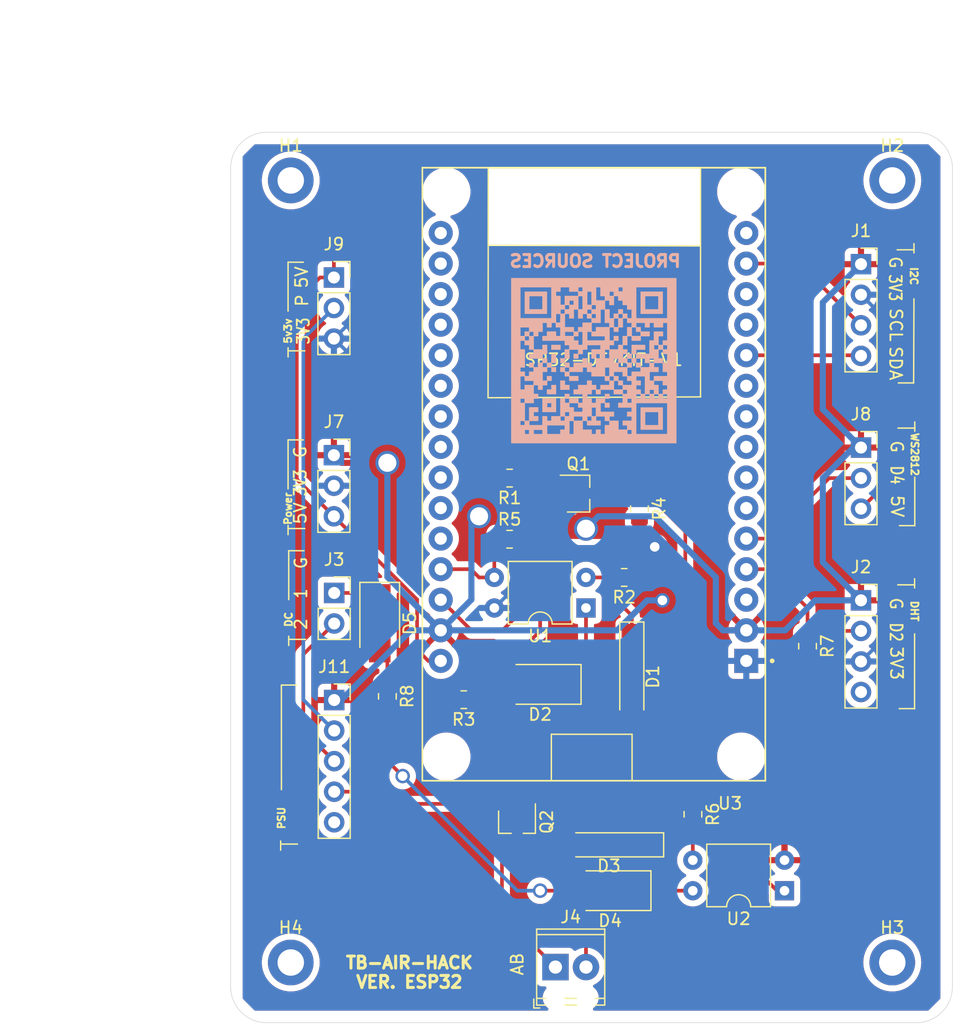
<source format=kicad_pcb>
(kicad_pcb (version 20211014) (generator pcbnew)
  (layers (0 "F.Cu" signal) (31 "B.Cu" signal) (34 "B.Paste" user) (35 "F.Paste" user) (36 "B.SilkS" user "B.Silkscreen") (37 "F.SilkS" user "F.Silkscreen") (38 "B.Mask" user) (39 "F.Mask" user) (44 "Edge.Cuts" user))
  (net 0 "")
  (net 1 "B")
  (net 2 "Net-(D1-Pad1)")
  (net 3 "Net-(D2-Pad1)")
  (net 4 "Net-(D2-Pad2)")
  (net 5 "Net-(D3-Pad1)")
  (net 6 "Net-(D3-Pad2)")
  (net 7 "A")
  (net 8 "3V3")
  (net 9 "GND")
  (net 10 "SCL")
  (net 11 "SDA")
  (net 12 "5V")
  (net 13 "Net-(D5-Pad1)")
  (net 14 "Net-(D5-Pad2)")
  (net 15 "D2")
  (net 16 "D4")
  (net 17 "Net-(J11-Pad3)")
  (net 18 "PSU_OUT")
  (net 20 "D13")
  (net 21 "D12")
  (net 24 "Net-(Q1-Pad2)")
  (net 25 "Net-(Q1-Pad3)")
  (net 26 "Net-(Q2-Pad2)")
  (net 27 "Net-(R6-Pad2)")
  (footprint "TerminalBlock_Phoenix:TerminalBlock_Phoenix_MPT-0,5-2-2.54_1x02_P2.54mm_Horizontal" (layer "F.Cu") (at 127 119.38)
    (fp_text reference "J4")
    (fp_text value "AB")
  )
  (footprint "Diode_SMD:D_SMA" (layer "F.Cu") (at 112.395 90.805 -90)
    (fp_text reference "D5")
    (fp_text value "1N4001")
  )
  (footprint "Package_DIP:DIP-4_W7.62mm" (layer "F.Cu") (at 146.04 113.035 180)
    (fp_text reference "U2")
    (fp_text value "PC817")
  )
  (footprint "MountingHole:MountingHole_2.2mm_M2_DIN965_Pad" (layer "F.Cu") (at 105 54)
    (fp_text reference "H1")
    (fp_text value "MountingHole")
  )
  (footprint "Resistor_SMD:R_0805_2012Metric" (layer "F.Cu") (at 138.43 106.68 -90)
    (fp_text reference "R6")
    (fp_text value "1k")
  )
  (footprint "Connector_PinSocket_2.54mm:PinSocket_1x04_P2.54mm_Vertical" (layer "F.Cu") (at 152.4 88.9)
    (fp_text reference "J2")
    (fp_text value "DHT")
  )
  (footprint "airpcb_smd:MODULE_ESP32_DEVKIT_V1" (layer "F.Cu") (at 130.165 78.415 180)
    (fp_text reference "U3")
    (fp_text value "ESP32-DEVKIT-V1")
  )
  (footprint "Diode_SMD:D_MiniMELF_Handsoldering" (layer "F.Cu") (at 133.35 95.25 -90)
    (fp_text reference "D1")
    (fp_text value "13")
  )
  (footprint "Connector_PinSocket_2.54mm:PinSocket_1x04_P2.54mm_Vertical" (layer "F.Cu") (at 152.4 60.96)
    (fp_text reference "J1")
    (fp_text value "I2C")
  )
  (footprint "Connector_PinSocket_2.54mm:PinSocket_1x03_P2.54mm_Vertical" (layer "F.Cu") (at 108.585 76.835)
    (fp_text reference "J7")
    (fp_text value "PWR")
  )
  (footprint "Diode_SMD:D_MiniMELF_Handsoldering" (layer "F.Cu") (at 131.445 109.22 180)
    (fp_text reference "D3")
    (fp_text value "13")
  )
  (footprint "Package_DIP:DIP-4_W7.62mm" (layer "F.Cu") (at 129.54 89.535 180)
    (fp_text reference "U1")
    (fp_text value "PC817")
  )
  (footprint "Diode_SMD:D_SMA" (layer "F.Cu") (at 125.73 95.885 180)
    (fp_text reference "D2")
    (fp_text value "1N4001")
  )
  (footprint "Connector_PinSocket_2.54mm:PinSocket_1x03_P2.54mm_Vertical" (layer "F.Cu") (at 108.585 62.066)
    (fp_text reference "J9")
    (fp_text value "5V3V")
  )
  (footprint "MountingHole:MountingHole_2.2mm_M2_DIN965_Pad" (layer "F.Cu") (at 155 54)
    (fp_text reference "H2")
    (fp_text value "MountingHole")
  )
  (footprint "Resistor_SMD:R_0805_2012Metric" (layer "F.Cu") (at 123.19 83.82)
    (fp_text reference "R5")
    (fp_text value "1k")
  )
  (footprint "Diode_SMD:D_SMA" (layer "F.Cu") (at 131.54 113.03 180)
    (fp_text reference "D4")
    (fp_text value "1N4001")
  )
  (footprint "Resistor_SMD:R_0805_2012Metric" (layer "F.Cu") (at 113.03 96.8775 -90)
    (fp_text reference "R8")
    (fp_text value "100")
  )
  (footprint "Resistor_SMD:R_0805_2012Metric" (layer "F.Cu") (at 119.38 97.155 180)
    (fp_text reference "R3")
    (fp_text value "100")
  )
  (footprint "Resistor_SMD:R_0805_2012Metric" (layer "F.Cu") (at 132.715 86.995 180)
    (fp_text reference "R2")
    (fp_text value "10k")
  )
  (footprint "Connector_PinSocket_2.54mm:PinSocket_1x03_P2.54mm_Vertical" (layer "F.Cu") (at 152.4 76.2)
    (fp_text reference "J8")
    (fp_text value "WS2812")
  )
  (footprint "Package_TO_SOT_SMD:TSOT-23_HandSoldering" (layer "F.Cu") (at 123.825 107.315 -90)
    (fp_text reference "Q2")
    (fp_text value "PN2222A")
  )
  (footprint "Connector_PinSocket_2.54mm:PinSocket_1x02_P2.54mm_Vertical" (layer "F.Cu") (at 108.61 88.285)
    (fp_text reference "J3")
    (fp_text value "DC")
  )
  (footprint "MountingHole:MountingHole_2.2mm_M2_DIN965_Pad" (layer "F.Cu") (at 105 119)
    (fp_text reference "H4")
    (fp_text value "MountingHole")
  )
  (footprint "MountingHole:MountingHole_2.2mm_M2_DIN965_Pad" (layer "F.Cu") (at 155 119)
    (fp_text reference "H3")
    (fp_text value "MountingHole")
  )
  (footprint "Package_TO_SOT_SMD:TSOT-23_HandSoldering" (layer "F.Cu") (at 128.905 80.01)
    (fp_text reference "Q1")
    (fp_text value "PN2222A")
  )
  (footprint "Resistor_SMD:R_0805_2012Metric" (layer "F.Cu") (at 133.985 81.28 -90)
    (fp_text reference "R4")
    (fp_text value "200")
  )
  (footprint "Resistor_SMD:R_0805_2012Metric" (layer "F.Cu") (at 147.955 92.71 -90)
    (fp_text reference "R7")
    (fp_text value "10k")
  )
  (footprint "Resistor_SMD:R_0805_2012Metric" (layer "F.Cu") (at 123.19 78.74 180)
    (fp_text reference "R1")
    (fp_text value "1k")
  )
  (footprint "Connector_PinSocket_2.54mm:PinSocket_1x05_P2.54mm_Vertical" (layer "F.Cu") (at 108.61 97.185)
    (fp_text reference "J11")
    (fp_text value "PSU")
  )
  (gr_poly (pts (xy 124.819833 69.5325) (xy 125.19025 69.5325) (xy 125.19025 69.162084) (xy 124.819833 69.162084)) (layer "B.SilkS") (width 0.04) (fill solid))
  (gr_line (start 135.913812 74.699812) (end 135.913812 74.699812) (layer "B.SilkS") (width 0.025929))
  (gr_line (start 126.282979 63.253938) (end 126.282979 65.068979) (layer "B.SilkS") (width 0.025929))
  (gr_poly (pts (xy 126.671917 69.902917) (xy 127.042333 69.902917) (xy 127.042333 69.5325) (xy 126.671917 69.5325)) (layer "B.SilkS") (width 0.04) (fill solid))
  (gr_line (start 126.282979 65.068979) (end 124.467938 65.068979) (layer "B.SilkS") (width 0.025929))
  (gr_line (start 124.467938 65.068979) (end 124.467938 65.068979) (layer "B.SilkS") (width 0.025929))
  (gr_line (start 135.913812 65.068979) (end 134.098771 65.068979) (layer "B.SilkS") (width 0.025929))
  (gr_poly (pts (xy 124.467938 65.068979) (xy 126.282979 65.068979) (xy 126.282979 64.717083) (xy 125.931084 64.717083) (xy 124.819833 64.717083) (xy 124.819833 63.605834) (xy 125.931084 63.605834) (xy 125.931084 64.717083) (xy 126.282979 64.717083) (xy 126.282979 63.253938) (xy 124.467938 63.253938)) (layer "B.SilkS") (width 0.04) (fill solid))
  (gr_line (start 124.467938 63.253938) (end 124.467938 63.253938) (layer "B.SilkS") (width 0.025929))
  (gr_poly (pts (xy 131.116917 72.125417) (xy 131.487333 72.125417) (xy 131.487333 71.755) (xy 131.116917 71.755)) (layer "B.SilkS") (width 0.04) (fill solid))
  (gr_poly (pts (xy 128.153584 70.64375) (xy 128.894417 70.64375) (xy 128.894417 70.273333) (xy 128.153584 70.273333)) (layer "B.SilkS") (width 0.04) (fill solid))
  (gr_poly (pts (xy 131.116917 72.86625) (xy 131.487333 72.86625) (xy 131.487333 72.495833) (xy 131.116917 72.495833)) (layer "B.SilkS") (width 0.04) (fill solid))
  (gr_line (start 135.913812 72.884771) (end 135.913812 74.699812) (layer "B.SilkS") (width 0.025929))
  (gr_poly (pts (xy 127.41275 71.384583) (xy 128.153584 71.384583) (xy 128.153584 71.014166) (xy 127.783167 71.014166) (xy 127.783167 70.64375) (xy 127.41275 70.64375)) (layer "B.SilkS") (width 0.04) (fill solid))
  (gr_line (start 134.098771 72.884771) (end 135.913812 72.884771) (layer "B.SilkS") (width 0.025929))
  (gr_poly (pts (xy 126.671917 68.050833) (xy 127.41275 68.050833) (xy 127.41275 67.680417) (xy 126.671917 67.680417)) (layer "B.SilkS") (width 0.04) (fill solid))
  (gr_poly (pts (xy 126.671917 69.162084) (xy 127.042333 69.162084) (xy 127.042333 68.42125) (xy 126.671917 68.42125)) (layer "B.SilkS") (width 0.04) (fill solid))
  (gr_poly (pts (xy 134.098771 74.699812) (xy 135.913812 74.699812) (xy 135.913812 74.347917) (xy 135.561916 74.347917) (xy 134.450667 74.347917) (xy 134.450667 73.236666) (xy 135.561916 73.236666) (xy 135.561916 74.347917) (xy 135.913812 74.347917) (xy 135.913812 72.884771) (xy 134.098771 72.884771)) (layer "B.SilkS") (width 0.04) (fill solid))
  (gr_poly (pts (xy 127.783167 69.5325) (xy 127.41275 69.5325) (xy 127.41275 69.902917) (xy 127.783167 69.902917)) (layer "B.SilkS") (width 0.04) (fill solid))
  (gr_line (start 124.467938 63.253938) (end 126.282979 63.253938) (layer "B.SilkS") (width 0.025929))
  (gr_line (start 134.098771 72.884771) (end 134.098771 72.884771) (layer "B.SilkS") (width 0.025929))
  (gr_line (start 124.467938 65.068979) (end 124.467938 63.253938) (layer "B.SilkS") (width 0.025929))
  (gr_line (start 134.098771 63.253938) (end 134.098771 63.253938) (layer "B.SilkS") (width 0.025929))
  (gr_line (start 135.913812 74.699812) (end 134.098771 74.699812) (layer "B.SilkS") (width 0.025929))
  (gr_poly (pts (xy 124.819833 73.9775) (xy 125.560667 73.9775) (xy 125.560667 73.607083) (xy 125.19025 73.607083) (xy 125.19025 73.236666) (xy 125.560667 73.236666) (xy 125.560667 72.86625) (xy 124.819833 72.86625)) (layer "B.SilkS") (width 0.04) (fill solid))
  (gr_line (start 134.098771 74.699812) (end 134.098771 72.884771) (layer "B.SilkS") (width 0.025929))
  (gr_line (start 134.098771 65.068979) (end 134.098771 65.068979) (layer "B.SilkS") (width 0.025929))
  (gr_line (start 134.098771 65.068979) (end 134.098771 63.253938) (layer "B.SilkS") (width 0.025929))
  (gr_line (start 134.098771 74.699812) (end 134.098771 74.699812) (layer "B.SilkS") (width 0.025929))
  (gr_line (start 135.913812 65.068979) (end 135.913812 65.068979) (layer "B.SilkS") (width 0.025929))
  (gr_poly (pts (xy 131.85775 67.31) (xy 132.228167 67.31) (xy 132.228167 66.939583) (xy 131.85775 66.939583)) (layer "B.SilkS") (width 0.04) (fill solid))
  (gr_line (start 134.098771 63.253938) (end 135.913812 63.253938) (layer "B.SilkS") (width 0.025929))
  (gr_poly (pts (xy 127.783167 70.273333) (xy 128.153584 70.273333) (xy 128.153584 69.902917) (xy 127.783167 69.902917)) (layer "B.SilkS") (width 0.04) (fill solid))
  (gr_poly (pts (xy 126.671917 71.384583) (xy 126.3015 71.384583) (xy 126.3015 71.755) (xy 127.042333 71.755) (xy 127.042333 71.014166) (xy 126.671917 71.014166)) (layer "B.SilkS") (width 0.04) (fill solid))
  (gr_poly (pts (xy 123.338168 75.829582) (xy 137.043583 75.829582) (xy 137.043583 75.08875) (xy 136.30275 75.08875) (xy 133.709833 75.08875) (xy 133.339417 75.08875) (xy 132.969 75.08875) (xy 132.969 74.718333) (xy 133.339417 74.718333) (xy 133.339417 75.08875) (xy 133.709833 75.08875) (xy 133.709833 73.9775) (xy 133.339417 73.9775) (xy 132.598583 73.9775) (xy 132.598583 74.347917) (xy 132.969 74.347917) (xy 132.969 74.718333) (xy 132.228167 74.718333) (xy 132.228167 74.347917) (xy 131.487333 74.347917) (xy 131.116917 74.347917) (xy 131.116917 75.08875) (xy 130.7465 75.08875) (xy 130.7465 74.718333) (xy 130.376083 74.718333) (xy 130.376083 75.08875) (xy 130.005666 75.08875) (xy 128.524 75.08875) (xy 128.153584 75.08875) (xy 128.153584 74.718333) (xy 127.783167 74.718333) (xy 127.41275 74.718333) (xy 127.41275 75.08875) (xy 126.3015 75.08875) (xy 125.931084 75.08875) (xy 125.19025 75.08875) (xy 124.819833 75.08875) (xy 124.449417 75.08875) (xy 124.449417 74.718333) (xy 124.819833 74.718333) (xy 124.819833 75.08875) (xy 125.19025 75.08875) (xy 125.19025 74.718333) (xy 125.931084 74.718333) (xy 125.931084 75.08875) (xy 126.3015 75.08875) (xy 126.3015 74.347917) (xy 127.783167 74.347917) (xy 127.783167 74.718333) (xy 128.153584 74.718333) (xy 128.153584 73.9775) (xy 127.783167 73.9775) (xy 127.41275 73.9775) (xy 127.41275 73.607083) (xy 127.783167 73.607083) (xy 127.783167 73.9775) (xy 128.153584 73.9775) (xy 128.524 73.9775) (xy 128.524 75.08875) (xy 130.005666 75.08875) (xy 130.005666 74.718333) (xy 129.264833 74.718333) (xy 129.264833 73.9775) (xy 128.524 73.9775) (xy 128.524 73.607083) (xy 128.153584 73.607083) (xy 127.783167 73.607083) (xy 127.783167 73.236666) (xy 128.153584 73.236666) (xy 128.153584 73.607083) (xy 128.524 73.607083) (xy 129.264833 73.607083) (xy 129.264833 73.9775) (xy 129.63525 73.9775) (xy 129.63525 74.347917) (xy 130.7465 74.347917) (xy 130.7465 73.9775) (xy 130.376083 73.9775) (xy 130.005666 73.9775) (xy 129.63525 73.9775) (xy 129.63525 73.607083) (xy 130.005666 73.607083) (xy 130.005666 73.9775) (xy 130.376083 73.9775) (xy 130.376083 73.607083) (xy 130.005666 73.607083) (xy 130.005666 73.236666) (xy 129.264833 73.236666) (xy 128.524 73.236666) (xy 128.524 72.86625) (xy 128.153584 72.86625) (xy 128.153584 72.495833) (xy 127.783167 72.495833) (xy 127.783167 72.125417) (xy 128.153584 72.125417) (xy 128.153584 72.495833) (xy 128.894417 72.495833) (xy 128.894417 72.86625) (xy 129.264833 72.86625) (xy 129.264833 73.236666) (xy 130.005666 73.236666) (xy 130.005666 72.86625) (xy 130.376083 72.86625) (xy 130.376083 73.607083) (xy 131.116917 73.607083) (xy 131.116917 73.9775) (xy 131.487333 73.9775) (xy 131.487333 74.347917) (xy 132.228167 74.347917) (xy 132.228167 73.9775) (xy 131.487333 73.9775) (xy 131.487333 73.607083) (xy 131.85775 73.607083) (xy 131.85775 73.236666) (xy 130.7465 73.236666) (xy 130.7465 72.495833) (xy 131.116917 72.495833) (xy 131.116917 72.125417) (xy 130.376083 72.125417) (xy 130.376083 72.495833) (xy 130.005666 72.495833) (xy 130.005666 72.125417) (xy 129.63525 72.125417) (xy 129.63525 71.755) (xy 130.005666 71.755) (xy 130.005666 71.384583) (xy 130.376083 71.384583) (xy 130.376083 71.755) (xy 130.7465 71.755) (xy 130.7465 71.384583) (xy 131.85775 71.384583) (xy 131.85775 71.755) (xy 132.598583 71.755) (xy 132.598583 72.495833) (xy 132.228167 72.495833) (xy 132.228167 72.86625) (xy 133.339417 72.86625) (xy 133.339417 73.236666) (xy 132.969 73.236666) (xy 132.969 73.607083) (xy 133.339417 73.607083) (xy 133.339417 73.9775) (xy 133.709833 73.9775) (xy 133.709833 72.495833) (xy 133.339417 72.495833) (xy 132.969 72.495833) (xy 132.969 72.125417) (xy 133.339417 72.125417) (xy 133.339417 72.495833) (xy 133.709833 72.495833) (xy 136.30275 72.495833) (xy 136.30275 75.08875) (xy 137.043583 75.08875) (xy 137.043583 72.125417) (xy 136.30275 72.125417) (xy 135.932333 72.125417) (xy 135.561916 72.125417) (xy 135.1915 72.125417) (xy 134.821083 72.125417) (xy 134.450667 72.125417) (xy 134.08025 72.125417) (xy 133.709833 72.125417) (xy 133.709833 71.755) (xy 132.969 71.755) (xy 132.598583 71.755) (xy 132.598583 71.384583) (xy 131.85775 71.384583) (xy 131.85775 71.014166) (xy 131.487333 71.014166) (xy 130.7465 71.014166) (xy 130.7465 71.384583) (xy 130.376083 71.384583) (xy 130.376083 71.014166) (xy 130.005666 71.014166) (xy 130.005666 70.64375) (xy 129.63525 70.64375) (xy 129.63525 71.014166) (xy 128.894417 71.014166) (xy 128.894417 71.384583) (xy 128.524 71.384583) (xy 128.524 71.755) (xy 129.264833 71.755) (xy 129.264833 72.495833) (xy 128.894417 72.495833) (xy 128.894417 72.125417) (xy 128.153584 72.125417) (xy 128.153584 71.755) (xy 127.783167 71.755) (xy 127.783167 72.125417) (xy 127.41275 72.125417) (xy 127.41275 73.607083) (xy 126.671917 73.607083) (xy 126.671917 73.9775) (xy 126.3015 73.9775) (xy 126.3015 73.607083) (xy 125.931084 73.607083) (xy 125.931084 74.347917) (xy 124.819833 74.347917) (xy 124.449417 74.347917) (xy 124.079 74.347917) (xy 124.079 73.9775) (xy 124.449417 73.9775) (xy 124.449417 74.347917) (xy 124.819833 74.347917) (xy 124.819833 73.9775) (xy 124.449417 73.9775) (xy 124.449417 72.495833) (xy 124.079 72.495833) (xy 124.079 72.125417) (xy 124.449417 72.125417) (xy 124.449417 72.495833) (xy 125.19025 72.495833) (xy 125.19025 72.125417) (xy 125.560667 72.125417) (xy 125.560667 71.755) (xy 125.19025 71.755) (xy 125.19025 71.014166) (xy 124.449417 71.014166) (xy 124.449417 71.384583) (xy 124.079 71.384583) (xy 124.079 70.273333) (xy 124.449417 70.273333) (xy 124.449417 70.64375) (xy 125.19025 70.64375) (xy 125.19025 71.014166) (xy 125.560667 71.014166) (xy 125.560667 71.384583) (xy 125.931084 71.384583) (xy 125.931084 71.014166) (xy 126.3015 71.014166) (xy 126.3015 70.64375) (xy 125.931084 70.64375) (xy 125.931084 69.902917) (xy 126.3015 69.902917) (xy 126.3015 69.5325) (xy 125.931084 69.5325) (xy 125.931084 69.162084) (xy 125.560667 69.162084) (xy 125.560667 69.5325) (xy 125.19025 69.5325) (xy 125.19025 69.902917) (xy 124.819833 69.902917) (xy 124.819833 70.273333) (xy 124.449417 70.273333) (xy 124.449417 69.902917) (xy 124.079 69.902917) (xy 124.079 69.5325) (xy 124.449417 69.5325) (xy 124.449417 68.050833) (xy 124.079 68.050833) (xy 124.079 67.31) (xy 124.449417 67.31) (xy 124.449417 67.680417) (xy 124.819833 67.680417) (xy 124.819833 68.050833) (xy 125.19025 68.050833) (xy 125.19025 68.42125) (xy 124.819833 68.42125) (xy 124.819833 68.791667) (xy 125.931084 68.791667) (xy 125.931084 69.162084) (xy 126.3015 69.162084) (xy 126.3015 69.5325) (xy 126.671917 69.5325) (xy 126.671917 69.162084) (xy 126.3015 69.162084) (xy 126.3015 68.791667) (xy 125.931084 68.791667) (xy 125.931084 68.42125) (xy 126.3015 68.42125) (xy 126.3015 67.680417) (xy 125.931084 67.680417) (xy 125.931084 68.050833) (xy 125.19025 68.050833) (xy 125.19025 67.31) (xy 124.819833 67.31) (xy 124.449417 67.31) (xy 124.449417 66.939583) (xy 124.819833 66.939583) (xy 124.819833 67.31) (xy 125.19025 67.31) (xy 125.19025 66.939583) (xy 124.819833 66.939583) (xy 124.819833 66.569167) (xy 124.449417 66.569167) (xy 124.449417 66.939583) (xy 124.079 66.939583) (xy 124.079 66.19875) (xy 124.819833 66.19875) (xy 124.819833 66.569167) (xy 125.19025 66.569167) (xy 125.19025 66.939583) (xy 125.560667 66.939583) (xy 125.560667 66.569167) (xy 125.931084 66.569167) (xy 125.931084 65.828333) (xy 126.3015 65.828333) (xy 126.3015 66.19875) (xy 126.671917 66.19875) (xy 126.671917 65.828333) (xy 127.042333 65.828333) (xy 127.042333 66.19875) (xy 127.41275 66.19875) (xy 127.41275 66.939583) (xy 127.042333 66.939583) (xy 127.042333 66.569167) (xy 126.3015 66.569167) (xy 126.3015 66.939583) (xy 125.931084 66.939583) (xy 125.931084 67.31) (xy 127.783167 67.31) (xy 127.783167 67.680417) (xy 128.153584 67.680417) (xy 128.153584 68.050833) (xy 127.783167 68.050833) (xy 127.783167 68.791667) (xy 127.41275 68.791667) (xy 127.41275 69.162084) (xy 127.783167 69.162084) (xy 127.783167 69.5325) (xy 128.153584 69.5325) (xy 128.153584 69.902917) (xy 129.264833 69.902917) (xy 129.264833 69.5325) (xy 129.63525 69.5325) (xy 129.63525 69.902917) (xy 130.005666 69.902917) (xy 130.005666 70.273333) (xy 131.116917 70.273333) (xy 131.116917 70.64375) (xy 131.487333 70.64375) (xy 131.487333 71.014166) (xy 131.85775 71.014166) (xy 131.85775 70.64375) (xy 131.487333 70.64375) (xy 131.487333 70.273333) (xy 131.116917 70.273333) (xy 131.116917 69.5325) (xy 131.487333 69.5325) (xy 131.487333 70.273333) (xy 131.85775 70.273333) (xy 131.85775 70.64375) (xy 132.228167 70.64375) (xy 132.228167 71.014166) (xy 132.598583 71.014166) (xy 132.598583 71.384583) (xy 132.969 71.384583) (xy 132.969 71.755) (xy 133.709833 71.755) (xy 134.08025 71.755) (xy 134.08025 72.125417) (xy 134.450667 72.125417) (xy 134.450667 71.755) (xy 134.08025 71.755) (xy 134.08025 71.384583) (xy 133.709833 71.384583) (xy 133.709833 71.014166) (xy 133.339417 71.014166) (xy 132.598583 71.014166) (xy 132.598583 70.64375) (xy 132.228167 70.64375) (xy 132.228167 70.273333) (xy 131.85775 70.273333) (xy 131.85775 69.902917) (xy 132.598583 69.902917) (xy 132.598583 70.273333) (xy 132.969 70.273333) (xy 132.969 70.64375) (xy 133.339417 70.64375) (xy 133.339417 71.014166) (xy 133.709833 71.014166) (xy 134.08025 71.014166) (xy 134.08025 70.64375) (xy 133.709833 70.64375) (xy 133.709833 70.273333) (xy 134.450667 70.273333) (xy 134.450667 71.755) (xy 134.821083 71.755) (xy 134.821083 72.125417) (xy 135.1915 72.125417) (xy 135.1915 71.755) (xy 134.821083 71.755) (xy 134.821083 71.384583) (xy 135.1915 71.384583) (xy 135.1915 71.755) (xy 135.561916 71.755) (xy 135.561916 72.125417) (xy 135.932333 72.125417) (xy 135.932333 71.755) (xy 136.30275 71.755) (xy 136.30275 72.125417) (xy 137.043583 72.125417) (xy 137.043583 71.384583) (xy 136.30275 71.384583) (xy 135.932333 71.384583) (xy 135.932333 71.755) (xy 135.561916 71.755) (xy 135.561916 71.014166) (xy 135.1915 71.014166) (xy 135.1915 70.64375) (xy 135.932333 70.64375) (xy 135.932333 71.014166) (xy 136.30275 71.014166) (xy 136.30275 71.384583) (xy 137.043583 71.384583) (xy 137.043583 70.273333) (xy 136.30275 70.273333) (xy 135.1915 70.273333) (xy 135.1915 70.64375) (xy 134.821083 70.64375) (xy 134.821083 69.902917) (xy 134.08025 69.902917) (xy 133.339417 69.902917) (xy 133.339417 70.273333) (xy 132.969 70.273333) (xy 132.969 69.5325) (xy 132.228167 69.5325) (xy 132.228167 69.162084) (xy 131.85775 69.162084) (xy 131.85775 68.791667) (xy 131.487333 68.791667) (xy 131.116917 68.791667) (xy 130.7465 68.791667) (xy 130.376083 68.791667) (xy 130.376083 68.42125) (xy 130.7465 68.42125) (xy 130.7465 68.791667) (xy 131.116917 68.791667) (xy 131.116917 68.050833) (xy 130.7465 68.050833) (xy 130.005666 68.050833) (xy 130.005666 68.791667) (xy 130.376083 68.791667) (xy 130.376083 69.5325) (xy 130.005666 69.5325) (xy 130.005666 69.162084) (xy 129.63525 69.162084) (xy 129.63525 68.791667) (xy 129.264833 68.791667) (xy 129.264833 69.162084) (xy 128.524 69.162084) (xy 128.524 69.5325) (xy 128.153584 69.5325) (xy 128.153584 69.162084) (xy 127.783167 69.162084) (xy 127.783167 68.791667) (xy 128.153584 68.791667) (xy 128.153584 68.050833) (xy 128.894417 68.050833) (xy 128.894417 68.42125) (xy 129.264833 68.42125) (xy 129.264833 68.050833) (xy 129.63525 68.050833) (xy 129.63525 67.680417) (xy 129.264833 67.680417) (xy 128.894417 67.680417) (xy 128.894417 67.31) (xy 128.524 67.31) (xy 128.524 66.939583) (xy 127.783167 66.939583) (xy 127.783167 66.569167) (xy 128.524 66.569167) (xy 128.524 66.939583) (xy 128.894417 66.939583) (xy 128.894417 66.569167) (xy 129.264833 66.569167) (xy 129.264833 67.680417) (xy 129.63525 67.680417) (xy 130.7465 67.680417) (xy 130.7465 68.050833) (xy 131.116917 68.050833) (xy 131.487333 68.050833) (xy 131.487333 68.791667) (xy 131.85775 68.791667) (xy 132.228167 68.791667) (xy 132.228167 69.162084) (xy 132.969 69.162084) (xy 132.969 69.5325) (xy 133.339417 69.5325) (xy 133.339417 69.162084) (xy 132.969 69.162084) (xy 132.969 68.791667) (xy 132.598583 68.791667) (xy 132.598583 68.42125) (xy 132.969 68.42125) (xy 132.969 68.791667) (xy 133.339417 68.791667) (xy 133.339417 69.162084) (xy 133.709833 69.162084) (xy 133.709833 69.5325) (xy 134.08025 69.5325) (xy 134.08025 69.902917) (xy 134.821083 69.902917) (xy 135.561916 69.902917) (xy 135.561916 69.5325) (xy 135.1915 69.5325) (xy 134.821083 69.5325) (xy 134.08025 69.5325) (xy 134.08025 69.162084) (xy 133.709833 69.162084) (xy 133.709833 68.791667) (xy 133.339417 68.791667) (xy 133.339417 68.42125) (xy 133.709833 68.42125) (xy 133.709833 68.791667) (xy 134.450667 68.791667) (xy 134.450667 69.162084) (xy 134.821083 69.162084) (xy 134.821083 69.5325) (xy 135.1915 69.5325) (xy 135.1915 69.162084) (xy 134.821083 69.162084) (xy 134.821083 68.791667) (xy 135.1915 68.791667) (xy 135.1915 69.162084) (xy 135.932333 69.162084) (xy 135.932333 69.902917) (xy 136.30275 69.902917) (xy 136.30275 70.273333) (xy 137.043583 70.273333) (xy 137.043583 69.162084) (xy 136.30275 69.162084) (xy 135.932333 69.162084) (xy 135.932333 68.791667) (xy 135.561916 68.791667) (xy 135.561916 68.050833) (xy 135.1915 68.050833) (xy 135.1915 67.680417) (xy 135.561916 67.680417) (xy 135.561916 68.050833) (xy 135.932333 68.050833) (xy 135.932333 68.42125) (xy 136.30275 68.42125) (xy 136.30275 69.162084) (xy 137.043583 69.162084) (xy 137.043583 68.050833) (xy 136.30275 68.050833) (xy 135.932333 68.050833) (xy 135.932333 67.680417) (xy 136.30275 67.680417) (xy 136.30275 68.050833) (xy 137.043583 68.050833) (xy 137.043583 67.31) (xy 136.30275 67.31) (xy 135.932333 67.31) (xy 135.932333 67.680417) (xy 135.561916 67.680417) (xy 135.561916 66.939583) (xy 135.932333 66.939583) (xy 135.932333 66.569167) (xy 135.1915 66.569167) (xy 135.1915 67.31) (xy 134.821083 67.31) (xy 134.821083 68.42125) (xy 133.709833 68.42125) (xy 133.709833 68.050833) (xy 134.450667 68.050833) (xy 134.450667 67.680417) (xy 133.339417 67.680417) (xy 133.339417 68.42125) (xy 132.969 68.42125) (xy 132.969 68.050833) (xy 132.598583 68.050833) (xy 132.598583 67.680417) (xy 132.228167 67.680417) (xy 132.228167 68.050833) (xy 131.487333 68.050833) (xy 131.487333 67.680417) (xy 131.85775 67.680417) (xy 131.85775 67.31) (xy 131.487333 67.31) (xy 131.116917 67.31) (xy 129.63525 67.31) (xy 129.63525 66.569167) (xy 130.005666 66.569167) (xy 130.005666 66.939583) (xy 131.116917 66.939583) (xy 131.116917 67.31) (xy 131.487333 67.31) (xy 131.487333 66.19875) (xy 130.376083 66.19875) (xy 130.376083 66.569167) (xy 130.005666 66.569167) (xy 130.005666 65.828333) (xy 129.264833 65.828333) (xy 129.264833 66.19875) (xy 128.894417 66.19875) (xy 128.894417 66.569167) (xy 128.524 66.569167) (xy 128.524 66.19875) (xy 127.783167 66.19875) (xy 127.783167 65.828333) (xy 127.41275 65.828333) (xy 127.042333 65.828333) (xy 127.042333 65.457917) (xy 126.671917 65.457917) (xy 124.079 65.457917) (xy 124.079 62.865) (xy 126.671917 62.865) (xy 126.671917 65.457917) (xy 127.042333 65.457917) (xy 127.042333 65.0875) (xy 127.41275 65.0875) (xy 127.41275 65.828333) (xy 127.783167 65.828333) (xy 127.783167 65.0875) (xy 127.41275 65.0875) (xy 127.41275 64.717083) (xy 127.783167 64.717083) (xy 127.783167 65.0875) (xy 128.153584 65.0875) (xy 128.153584 65.457917) (xy 128.524 65.457917) (xy 128.524 64.717083) (xy 128.153584 64.717083) (xy 127.783167 64.717083) (xy 127.783167 64.346667) (xy 128.153584 64.346667) (xy 128.153584 64.717083) (xy 128.524 64.717083) (xy 128.894417 64.717083) (xy 128.894417 65.457917) (xy 129.264833 65.457917) (xy 129.264833 65.0875) (xy 129.63525 65.0875) (xy 129.63525 65.457917) (xy 130.005666 65.457917) (xy 130.005666 65.828333) (xy 130.7465 65.828333) (xy 130.7465 65.457917) (xy 130.376083 65.457917) (xy 130.005666 65.457917) (xy 130.005666 65.0875) (xy 129.63525 65.0875) (xy 129.63525 64.717083) (xy 129.264833 64.717083) (xy 128.894417 64.717083) (xy 128.894417 64.346667) (xy 128.524 64.346667) (xy 128.153584 64.346667) (xy 128.153584 63.97625) (xy 128.524 63.97625) (xy 128.524 64.346667) (xy 128.894417 64.346667) (xy 128.894417 63.605834) (xy 127.783167 63.605834) (xy 127.783167 64.346667) (xy 127.41275 64.346667) (xy 127.41275 63.605834) (xy 127.042333 63.605834) (xy 127.042333 63.235417) (xy 127.41275 63.235417) (xy 127.41275 62.865) (xy 128.153584 62.865) (xy 128.153584 63.235417) (xy 128.894417 63.235417) (xy 128.894417 63.605834) (xy 129.264833 63.605834) (xy 129.264833 64.717083) (xy 129.63525 64.717083) (xy 130.005666 64.717083) (xy 130.005666 65.0875) (xy 130.376083 65.0875) (xy 130.376083 65.457917) (xy 130.7465 65.457917) (xy 130.7465 64.717083) (xy 130.376083 64.717083) (xy 130.005666 64.717083) (xy 130.005666 64.346667) (xy 129.63525 64.346667) (xy 129.63525 63.235417) (xy 129.264833 63.235417) (xy 128.894417 63.235417) (xy 128.894417 62.865) (xy 129.264833 62.865) (xy 129.264833 63.235417) (xy 129.63525 63.235417) (xy 130.005666 63.235417) (xy 130.005666 64.346667) (xy 130.376083 64.346667) (xy 130.376083 64.717083) (xy 130.7465 64.717083) (xy 131.116917 64.717083) (xy 131.116917 65.828333) (xy 131.487333 65.828333) (xy 131.487333 66.19875) (xy 131.85775 66.19875) (xy 131.85775 66.569167) (xy 132.228167 66.569167) (xy 132.228167 66.19875) (xy 131.85775 66.19875) (xy 131.85775 65.457917) (xy 132.228167 65.457917) (xy 132.228167 66.19875) (xy 132.598583 66.19875) (xy 132.598583 65.457917) (xy 132.228167 65.457917) (xy 132.228167 65.0875) (xy 132.598583 65.0875) (xy 132.598583 65.457917) (xy 132.969 65.457917) (xy 132.969 65.828333) (xy 133.339417 65.828333) (xy 133.339417 66.19875) (xy 132.969 66.19875) (xy 132.969 66.939583) (xy 133.339417 66.939583) (xy 133.339417 67.31) (xy 134.08025 67.31) (xy 134.08025 66.939583) (xy 133.339417 66.939583) (xy 133.339417 66.19875) (xy 133.709833 66.19875) (xy 133.709833 66.569167) (xy 134.08025 66.569167) (xy 134.08025 66.939583) (xy 134.821083 66.939583) (xy 134.821083 66.569167) (xy 134.08025 66.569167) (xy 134.08025 66.19875) (xy 133.709833 66.19875) (xy 133.709833 65.828333) (xy 134.450667 65.828333) (xy 134.450667 66.19875) (xy 134.821083 66.19875) (xy 134.821083 65.828333) (xy 135.1915 65.828333) (xy 135.1915 66.19875) (xy 135.932333 66.19875) (xy 135.932333 65.828333) (xy 136.30275 65.828333) (xy 136.30275 67.31) (xy 137.043583 67.31) (xy 137.043583 65.457917) (xy 136.30275 65.457917) (xy 133.709833 65.457917) (xy 133.339417 65.457917) (xy 132.969 65.457917) (xy 132.969 65.0875) (xy 132.598583 65.0875) (xy 132.598583 64.717083) (xy 132.228167 64.717083) (xy 132.228167 65.0875) (xy 131.85775 65.0875) (xy 131.85775 65.457917) (xy 131.487333 65.457917) (xy 131.487333 64.717083) (xy 131.116917 64.717083) (xy 131.116917 63.97625) (xy 130.376083 63.97625) (xy 130.376083 62.865) (xy 130.7465 62.865) (xy 130.7465 63.605834) (xy 131.116917 63.605834) (xy 131.116917 63.97625) (xy 131.487333 63.97625) (xy 131.487333 64.346667) (xy 131.85775 64.346667) (xy 131.85775 63.605834) (xy 131.487333 63.605834) (xy 131.487333 63.235417) (xy 131.85775 63.235417) (xy 131.85775 63.605834) (xy 132.228167 63.605834) (xy 132.228167 63.97625) (xy 132.598583 63.97625) (xy 132.598583 64.346667) (xy 132.969 64.346667) (xy 132.969 64.717083) (xy 133.339417 64.717083) (xy 133.339417 65.457917) (xy 133.709833 65.457917) (xy 133.709833 63.235417) (xy 132.598583 63.235417) (xy 132.228167 63.235417) (xy 132.228167 62.865) (xy 132.598583 62.865) (xy 132.598583 63.235417) (xy 133.709833 63.235417) (xy 133.709833 62.865) (xy 136.30275 62.865) (xy 136.30275 65.457917) (xy 137.043583 65.457917) (xy 137.043583 62.124167) (xy 123.338168 62.124167)) (layer "B.SilkS") (width 0.04) (fill solid))
  (gr_poly (pts (xy 134.098771 65.068979) (xy 135.913812 65.068979) (xy 135.913812 64.717083) (xy 135.561916 64.717083) (xy 134.450667 64.717083) (xy 134.450667 63.605834) (xy 135.561916 63.605834) (xy 135.561916 64.717083) (xy 135.913812 64.717083) (xy 135.913812 63.253938) (xy 134.098771 63.253938)) (layer "B.SilkS") (width 0.04) (fill solid))
  (gr_poly (pts (xy 128.524 68.791667) (xy 128.894417 68.791667) (xy 128.894417 68.42125) (xy 128.524 68.42125)) (layer "B.SilkS") (width 0.04) (fill solid))
  (gr_line (start 135.913812 63.253938) (end 135.913812 65.068979) (layer "B.SilkS") (width 0.025929))
  (gr_poly (pts (xy 132.969 67.680417) (xy 132.969 66.939583) (xy 132.598583 66.939583) (xy 132.598583 67.680417)) (layer "B.SilkS") (width 0.04) (fill solid))
  (gr_poly (pts (xy 125.931084 73.236666) (xy 127.042333 73.236666) (xy 127.042333 72.86625) (xy 126.671917 72.86625) (xy 126.3015 72.86625) (xy 126.3015 72.495833) (xy 126.671917 72.495833) (xy 126.671917 72.86625) (xy 127.042333 72.86625) (xy 127.042333 72.125417) (xy 125.931084 72.125417)) (layer "B.SilkS") (width 0.04) (fill solid))
  (gr_poly (pts (xy 126.3015 70.64375) (xy 126.671917 70.64375) (xy 126.671917 70.273333) (xy 126.3015 70.273333)) (layer "B.SilkS") (width 0.04) (fill solid))
  (gr_line (start 126.282979 65.068979) (end 126.282979 65.068979) (layer "B.SilkS") (width 0.025929))
  (gr_line (start 104.16 109.156) (end 104.16 108.902) (layer "F.SilkS") (width 0.12))
  (gr_line (start 104.775 75.565) (end 106.045 75.565) (layer "F.SilkS") (width 0.12))
  (gr_line (start 104.16 109.664) (end 104.16 109.156) (layer "F.SilkS") (width 0.12))
  (gr_line (start 104.23 95.94) (end 105.5 95.94) (layer "F.SilkS") (width 0.12))
  (gr_line (start 156.801379 59.257202) (end 156.801379 59.765202) (layer "F.SilkS") (width 0.12))
  (gr_line (start 104.83 92.142) (end 106.227 92.142) (layer "F.SilkS") (width 0.12))
  (gr_line (start 126.66 103.83) (end 126.66 100.03) (layer "F.SilkS") (width 0.12))
  (gr_line (start 104.775 82.931) (end 104.775 82.677) (layer "F.SilkS") (width 0.12))
  (gr_line (start 104.225 104.634) (end 104.22 95.94) (layer "F.SilkS") (width 0.12))
  (gr_line (start 104.775 79.629) (end 104.775 75.565) (layer "F.SilkS") (width 0.12))
  (gr_line (start 104.775 83.439) (end 104.775 82.931) (layer "F.SilkS") (width 0.12))
  (gr_line (start 121.44 59.39) (end 139.05 59.44) (layer "F.SilkS") (width 0.12))
  (gr_line (start 156.801379 59.765202) (end 156.801379 60.019202) (layer "F.SilkS") (width 0.12))
  (gr_line (start 156.853305 87.10397) (end 156.853305 87.61197) (layer "F.SilkS") (width 0.12))
  (gr_line (start 156.87 74.584) (end 156.87 74.838) (layer "F.SilkS") (width 0.12))
  (gr_line (start 156.87 78.66) (end 156.87 82.71) (layer "F.SilkS") (width 0.12))
  (gr_line (start 104.83 92.65) (end 104.83 92.142) (layer "F.SilkS") (width 0.12))
  (gr_line (start 156.801379 63.841202) (end 156.775 70.83) (layer "F.SilkS") (width 0.12))
  (gr_line (start 104.775 68.162) (end 106.172 68.162) (layer "F.SilkS") (width 0.12))
  (gr_line (start 104.775 60.796) (end 106.045 60.796) (layer "F.SilkS") (width 0.12))
  (gr_line (start 156.848305 97.9) (end 155.578305 97.9) (layer "F.SilkS") (width 0.12))
  (gr_line (start 156.87 74.584) (end 155.473 74.584) (layer "F.SilkS") (width 0.12))
  (gr_line (start 126.66 100.03) (end 133.37 100.03) (layer "F.SilkS") (width 0.12))
  (gr_line (start 156.853305 87.61197) (end 155.456305 87.61197) (layer "F.SilkS") (width 0.12))
  (gr_line (start 156.853305 87.61197) (end 156.853305 87.86597) (layer "F.SilkS") (width 0.12))
  (gr_line (start 121.4 72.06) (end 139.06 71.99) (layer "F.SilkS") (width 0.12))
  (gr_line (start 104.16 109.156) (end 105.557 109.156) (layer "F.SilkS") (width 0.12))
  (gr_line (start 104.83 84.776) (end 106.1 84.776) (layer "F.SilkS") (width 0.12))
  (gr_line (start 133.37 100.03) (end 133.37 103.85) (layer "F.SilkS") (width 0.12))
  (gr_line (start 139.06 71.99) (end 139.06 52.93) (layer "F.SilkS") (width 0.12))
  (gr_line (start 156.775 70.83) (end 155.505 70.83) (layer "F.SilkS") (width 0.12))
  (gr_line (start 156.853305 91.68797) (end 156.85 97.92) (layer "F.SilkS") (width 0.12))
  (gr_line (start 104.775 68.67) (end 104.775 68.162) (layer "F.SilkS") (width 0.12))
  (gr_line (start 121.42 53.01) (end 121.4 72.06) (layer "F.SilkS") (width 0.12))
  (gr_line (start 156.801379 59.765202) (end 155.404379 59.765202) (layer "F.SilkS") (width 0.12))
  (gr_line (start 104.775 64.86) (end 104.775 60.796) (layer "F.SilkS") (width 0.12))
  (gr_line (start 104.83 88.84) (end 104.83 84.776) (layer "F.SilkS") (width 0.12))
  (gr_line (start 104.775 68.162) (end 104.775 67.908) (layer "F.SilkS") (width 0.12))
  (gr_line (start 104.775 82.931) (end 106.172 82.931) (layer "F.SilkS") (width 0.12))
  (gr_line (start 156.87 74.076) (end 156.87 74.584) (layer "F.SilkS") (width 0.12))
  (gr_line (start 156.865 82.69) (end 155.595 82.69) (layer "F.SilkS") (width 0.12))
  (gr_line (start 104.83 92.142) (end 104.83 91.888) (layer "F.SilkS") (width 0.12))
  (gr_arc (start 100 53) (mid 100.87868 50.87868) (end 103 50) (layer "Edge.Cuts") (width 0.05))
  (gr_line (start 103 50) (end 157 50) (layer "Edge.Cuts") (width 0.05))
  (gr_arc (start 103 124) (mid 100.87868 123.12132) (end 100 121) (layer "Edge.Cuts") (width 0.05))
  (gr_arc (start 157 50) (mid 159.12132 50.87868) (end 160 53) (layer "Edge.Cuts") (width 0.05))
  (gr_line (start 160 53) (end 160 121) (layer "Edge.Cuts") (width 0.05))
  (gr_line (start 103 124) (end 157 124) (layer "Edge.Cuts") (width 0.05))
  (gr_line (start 100 53) (end 100 121) (layer "Edge.Cuts") (width 0.05))
  (gr_arc (start 160 121) (mid 159.12132 123.12132) (end 157 124) (layer "Edge.Cuts") (width 0.05))
  (gr_text "PROJECT SOURCES" (at 130.302 60.706) (layer "B.SilkS") (effects (font (size 1 1) (thickness 0.25)) (justify mirror)))
  (gr_text "DC" (at 104.83 90.491 90) (layer "F.SilkS") (effects (font (size 0.6 0.6))))
  (gr_text "SDA" (at 155.28 69.2 270) (layer "F.SilkS") (effects (font (size 1 1))))
  (gr_text "G" (at 105.846 85.792 90) (layer "F.SilkS") (effects (font (size 1 1))))
  (gr_text "WS2812" (at 156.86 76.766203 270) (layer "F.SilkS") (effects (font (size 0.6 0.6))))
  (gr_text "5V" (at 155.412683 81.08 270) (layer "F.SilkS") (effects (font (size 1 1))))
  (gr_text "3V3" (at 155.24 62.92 270) (layer "F.SilkS") (effects (font (size 1 0.8))))
  (gr_text "5v3v" (at 104.775 66.511 90) (layer "F.SilkS") (effects (font (size 0.6 0.6))))
  (gr_text "1" (at 105.846 88.332 90) (layer "F.SilkS") (effects (font (size 1 0.8))))
  (gr_text "3V3" (at 155.350644 94.13 270) (layer "F.SilkS") (effects (font (size 1 1))))
  (gr_text "D4" (at 155.372683 78.49 270) (layer "F.SilkS") (effects (font (size 1 0.8))))
  (gr_text "3V3" (at 106.045 66.511 90) (layer "F.SilkS") (effects (font (size 1 0.8))))
  (gr_text "DHT" (at 156.843305 89.794173 270) (layer "F.SilkS") (effects (font (size 0.6 0.6))))
  (gr_text "PSU" (at 104.23 106.99 90) (layer "F.SilkS") (effects (font (size 0.6 0.6))))
  (gr_text "G" (at 105.791 76.581 90) (layer "F.SilkS") (effects (font (size 1 1))))
  (gr_text "SCL" (at 155.298718 66 270) (layer "F.SilkS") (effects (font (size 1 1))))
  (gr_text "G" (at 155.310644 89.17 270) (layer "F.SilkS") (effects (font (size 1 1))))
  (gr_text "G" (at 155.258718 60.81 270) (layer "F.SilkS") (effects (font (size 1 1))))
  (gr_text "Power" (at 104.775 81.28 90) (layer "F.SilkS") (effects (font (size 0.6 0.6))))
  (gr_text "TB-AIR-HACK\nVER. ESP32\n" (at 114.86 119.82) (layer "F.SilkS") (effects (font (size 1 1) (thickness 0.25))))
  (gr_text "P" (at 105.94 63.981 90) (layer "F.SilkS") (effects (font (size 1 1))))
  (gr_text "I2C" (at 156.791379 61.947405 270) (layer "F.SilkS") (effects (font (size 0.6 0.6))))
  (gr_text "5V" (at 105.791 81.661 90) (layer "F.SilkS") (effects (font (size 1 1))))
  (gr_text "5V" (at 105.9 62.051 90) (layer "F.SilkS") (effects (font (size 1 1))))
  (gr_text "3V3" (at 105.791 79.121 90) (layer "F.SilkS") (effects (font (size 1 0.8))))
  (gr_text "G" (at 155.372683 76.12 270) (layer "F.SilkS") (effects (font (size 1 1))))
  (gr_text "2" (at 105.846 90.872 90) (layer "F.SilkS") (effects (font (size 1 1))))
  (gr_text "D2" (at 155.310644 91.54 270) (layer "F.SilkS") (effects (font (size 1 0.8))))
  (segment (start 108.61 104.805) (end 112.425 104.805) (width 0.3048) (layer "F.Cu") (net 1))
  (segment (start 122.555 114.935) (end 122.555 107.95) (width 0.3048) (layer "F.Cu") (net 1))
  (segment (start 127 119.38) (end 122.555 114.935) (width 0.3048) (layer "F.Cu") (net 1))
  (segment (start 113.435 105.815) (end 122.875 105.815) (width 0.3048) (layer "F.Cu") (net 1))
  (segment (start 131.02 100.33) (end 125.73 100.33) (width 0.3048) (layer "F.Cu") (net 1))
  (segment (start 112.425 104.805) (end 113.435 105.815) (width 0.3048) (layer "F.Cu") (net 1))
  (segment (start 133.35 98) (end 131.02 100.33) (width 0.3048) (layer "F.Cu") (net 1))
  (segment (start 125.73 100.33) (end 122.875 103.185) (width 0.3048) (layer "F.Cu") (net 1))
  (segment (start 122.875 103.185) (end 122.875 105.815) (width 0.3048) (layer "F.Cu") (net 1))
  (segment (start 122.555 107.95) (end 122.875 107.63) (width 0.3048) (layer "F.Cu") (net 1))
  (segment (start 122.875 107.63) (end 122.875 105.815) (width 0.3048) (layer "F.Cu") (net 1))
  (segment (start 131.8025 88.6225) (end 133.35 90.17) (width 0.3048) (layer "F.Cu") (net 2))
  (segment (start 129.54 86.995) (end 131.8025 86.995) (width 0.3048) (layer "F.Cu") (net 2))
  (segment (start 133.35 90.17) (end 133.35 92.5) (width 0.3048) (layer "F.Cu") (net 2))
  (segment (start 131.8025 86.995) (end 131.8025 88.6225) (width 0.3048) (layer "F.Cu") (net 2))
  (segment (start 129.54 93.345) (end 129.54 89.535) (width 0.3048) (layer "F.Cu") (net 3))
  (segment (start 127.73 95.155) (end 129.54 93.345) (width 0.3048) (layer "F.Cu") (net 3))
  (segment (start 127.73 95.885) (end 127.73 95.155) (width 0.3048) (layer "F.Cu") (net 3))
  (segment (start 123.73 95.885) (end 121.5625 95.885) (width 0.3048) (layer "F.Cu") (net 4))
  (segment (start 121.5625 95.885) (end 120.2925 97.155) (width 0.3048) (layer "F.Cu") (net 4))
  (segment (start 138.415 113.03) (end 138.42 113.035) (width 0.3048) (layer "F.Cu") (net 5))
  (segment (start 133.54 113.03) (end 138.415 113.03) (width 0.3048) (layer "F.Cu") (net 5))
  (segment (start 133.54 113.03) (end 133.54 109.875) (width 0.3048) (layer "F.Cu") (net 5))
  (segment (start 133.54 109.875) (end 134.195 109.22) (width 0.3048) (layer "F.Cu") (net 5))
  (segment (start 128.29 108.815) (end 128.695 109.22) (width 0.3048) (layer "F.Cu") (net 6))
  (segment (start 123.825 108.815) (end 128.29 108.815) (width 0.3048) (layer "F.Cu") (net 6))
  (segment (start 117.8325 97.79) (end 118.4675 97.155) (width 0.3048) (layer "F.Cu") (net 7))
  (segment (start 133.6275 86.0025) (end 133.6275 86.995) (width 0.3048) (layer "F.Cu") (net 7))
  (segment (start 124.46 92.71) (end 125.73 91.44) (width 0.3048) (layer "F.Cu") (net 7))
  (segment (start 128.27 84.455) (end 132.08 84.455) (width 0.3048) (layer "F.Cu") (net 7))
  (segment (start 129.54 113.03) (end 129.54 119.38) (width 0.3048) (layer "F.Cu") (net 7))
  (segment (start 132.08 84.455) (end 133.6275 86.0025) (width 0.3048) (layer "F.Cu") (net 7))
  (segment (start 122.555 92.71) (end 124.46 92.71) (width 0.3048) (layer "F.Cu") (net 7))
  (segment (start 118.4675 97.155) (end 118.4675 96.7975) (width 0.3048) (layer "F.Cu") (net 7))
  (segment (start 118.4675 96.7975) (end 122.555 92.71) (width 0.3048) (layer "F.Cu") (net 7))
  (segment (start 125.73 113.03) (end 129.54 113.03) (width 0.3048) (layer "F.Cu") (net 7))
  (segment (start 125.73 91.44) (end 125.73 86.995) (width 0.3048) (layer "F.Cu") (net 7))
  (segment (start 113.03 97.79) (end 113.03 102.235) (width 0.3048) (layer "F.Cu") (net 7))
  (segment (start 125.73 86.995) (end 128.27 84.455) (width 0.3048) (layer "F.Cu") (net 7))
  (segment (start 113.03 102.235) (end 114.3 103.505) (width 0.3048) (layer "F.Cu") (net 7))
  (segment (start 113.03 97.79) (end 117.8325 97.79) (width 0.3048) (layer "F.Cu") (net 7))
  (via (at 125.73 113.03) (size 1.2) (drill 0.8) (layers "F.Cu" "B.Cu") (net 7))
  (via (at 114.3 103.505) (size 1.2) (drill 0.8) (layers "F.Cu" "B.Cu") (net 7))
  (segment (start 114.3 103.505) (end 123.825 113.03) (width 0.3048) (layer "B.Cu") (net 7))
  (segment (start 123.825 113.03) (end 125.73 113.03) (width 0.3048) (layer "B.Cu") (net 7))
  (segment (start 149.86 93.98) (end 152.4 93.98) (width 0.3048) (layer "F.Cu") (net 8))
  (segment (start 133.985 82.1925) (end 133.985 83.185) (width 0.3048) (layer "F.Cu") (net 8))
  (segment (start 147.6475 93.93) (end 147.955 93.6225) (width 0.3048) (layer "F.Cu") (net 8))
  (segment (start 142.865 93.93) (end 147.6475 93.93) (width 0.3048) (layer "F.Cu") (net 8))
  (segment (start 133.985 83.185) (end 135.255 84.455) (width 0.3048) (layer "F.Cu") (net 8))
  (segment (start 149.5025 93.6225) (end 149.86 93.98) (width 0.3048) (layer "F.Cu") (net 8))
  (segment (start 147.955 93.6225) (end 149.5025 93.6225) (width 0.3048) (layer "F.Cu") (net 8))
  (via (at 135.255 84.455) (size 1.2) (drill 0.8) (layers "F.Cu" "B.Cu") (net 8))
  (segment (start 140.285 93.93) (end 142.865 93.93) (width 0.3048) (layer "B.Cu") (net 8))
  (segment (start 139.065 88.265) (end 139.065 92.71) (width 0.3048) (layer "B.Cu") (net 8))
  (segment (start 116.205 52.705) (end 120.65 52.705) (width 0.3048) (layer "B.Cu") (net 8))
  (segment (start 154.94 66.04) (end 154.94 91.44) (width 0.3048) (layer "B.Cu") (net 8))
  (segment (start 111.125 78.105) (end 109.855 79.375) (width 0.3048) (layer "B.Cu") (net 8))
  (segment (start 121.92 89.535) (end 123.825 89.535) (width 0.3048) (layer "B.Cu") (net 8))
  (segment (start 123.825 89.535) (end 128.905 84.455) (width 0.3048) (layer "B.Cu") (net 8))
  (segment (start 120.65 52.705) (end 121.2326 53.2876) (width 0.3048) (layer "B.Cu") (net 8))
  (segment (start 108.585 67.146) (end 114.3 61.431) (width 0.3048) (layer "B.Cu") (net 8))
  (segment (start 128.905 84.455) (end 135.255 84.455) (width 0.3048) (layer "B.Cu") (net 8))
  (segment (start 152.4 63.5) (end 154.94 66.04) (width 0.3048) (layer "B.Cu") (net 8))
  (segment (start 154.94 91.44) (end 152.4 93.98) (width 0.3048) (layer "B.Cu") (net 8))
  (segment (start 123.825 81.915) (end 123.825 87.63) (width 0.3048) (layer "B.Cu") (net 8))
  (segment (start 108.585 67.146) (end 111.125 69.686) (width 0.3048) (layer "B.Cu") (net 8))
  (segment (start 111.125 69.686) (end 111.125 78.105) (width 0.3048) (layer "B.Cu") (net 8))
  (segment (start 114.3 54.61) (end 116.205 52.705) (width 0.3048) (layer "B.Cu") (net 8))
  (segment (start 121.2326 79.3226) (end 123.825 81.915) (width 0.3048) (layer "B.Cu") (net 8))
  (segment (start 135.255 84.455) (end 139.065 88.265) (width 0.3048) (layer "B.Cu") (net 8))
  (segment (start 139.065 92.71) (end 140.285 93.93) (width 0.3048) (layer "B.Cu") (net 8))
  (segment (start 114.3 61.431) (end 114.3 54.61) (width 0.3048) (layer "B.Cu") (net 8))
  (segment (start 123.825 87.63) (end 121.92 89.535) (width 0.3048) (layer "B.Cu") (net 8))
  (segment (start 121.2326 53.2876) (end 121.2326 79.3226) (width 0.3048) (layer "B.Cu") (net 8))
  (segment (start 109.855 79.375) (end 108.585 79.375) (width 0.3048) (layer "B.Cu") (net 8))
  (segment (start 146.04 110.495) (end 146.04 101.59) (width 0.508) (layer "F.Cu") (net 9))
  (segment (start 146.04 101.59) (end 140.335 95.885) (width 0.508) (layer "F.Cu") (net 9))
  (segment (start 120.65 81.915) (end 123.19 81.915) (width 0.508) (layer "F.Cu") (net 9))
  (segment (start 140.335 92.075) (end 140.335 93.98) (width 0.508) (layer "F.Cu") (net 9))
  (segment (start 135.89 88.9) (end 135.89 87.18737) (width 0.508) (layer "F.Cu") (net 9))
  (segment (start 142.865 91.39) (end 141.02 91.39) (width 0.508) (layer "F.Cu") (net 9))
  (segment (start 129.3925 82.9475) (end 127.405 80.96) (width 0.508) (layer "F.Cu") (net 9))
  (segment (start 140.335 95.885) (end 140.335 93.98) (width 0.508) (layer "F.Cu") (net 9))
  (segment (start 131.65013 82.9475) (end 129.54 82.9475) (width 0.508) (layer "F.Cu") (net 9))
  (segment (start 141.02 91.39) (end 140.335 92.075) (width 0.508) (layer "F.Cu") (net 9))
  (segment (start 135.89 87.18737) (end 131.65013 82.9475) (width 0.508) (layer "F.Cu") (net 9))
  (segment (start 113.03 77.47) (end 109.22 77.47) (width 0.508) (layer "F.Cu") (net 9))
  (segment (start 123.19 81.915) (end 124.1025 82.8275) (width 0.508) (layer "F.Cu") (net 9))
  (segment (start 140.335 93.98) (end 140.335 93.92) (width 0.508) (layer "F.Cu") (net 9))
  (segment (start 109.22 77.47) (end 108.585 76.835) (width 0.508) (layer "F.Cu") (net 9))
  (segment (start 129.54 82.9475) (end 129.3925 82.9475) (width 0.508) (layer "F.Cu") (net 9))
  (segment (start 124.1025 82.8275) (end 124.1025 83.82) (width 0.508) (layer "F.Cu") (net 9))
  (via (at 113.03 77.47) (size 2) (drill 1.5) (layers "F.Cu" "B.Cu") (net 9))
  (via (at 129.54 82.9475) (size 2) (drill 1.5) (layers "F.Cu" "B.Cu") (net 9))
  (via (at 135.89 88.9) (size 1.2) (drill 0.8) (layers "F.Cu" "B.Cu") (net 9))
  (via (at 120.65 81.915) (size 2) (drill 1.5) (layers "F.Cu" "B.Cu") (net 9))
  (segment (start 114.985 91.39) (end 117.465 91.39) (width 0.508) (layer "B.Cu") (net 9))
  (segment (start 133.35 90.17) (end 134.62 88.9) (width 0.508) (layer "B.Cu") (net 9))
  (segment (start 149.225 73.025) (end 149.225 64.135) (width 0.508) (layer "B.Cu") (net 9))
  (segment (start 120.015 88.84) (end 120.015 85.725) (width 0.508) (layer "B.Cu") (net 9))
  (segment (start 117.465 91.39) (end 113.03 86.955) (width 0.508) (layer "B.Cu") (net 9))
  (segment (start 117.465 91.39) (end 132.13 91.39) (width 0.508) (layer "B.Cu") (net 9))
  (segment (start 135.255 81.915) (end 130.5725 81.915) (width 0.508) (layer "B.Cu") (net 9))
  (segment (start 149.225 64.135) (end 152.4 60.96) (width 0.508) (layer "B.Cu") (net 9))
  (segment (start 149.225 85.725) (end 149.225 78.74) (width 0.508) (layer "B.Cu") (net 9))
  (segment (start 140.92 91.39) (end 140.335 90.805) (width 0.508) (layer "B.Cu") (net 9))
  (segment (start 152.4 88.9) (end 149.225 85.725) (width 0.508) (layer "B.Cu") (net 9))
  (segment (start 117.465 91.39) (end 120.015 88.84) (width 0.508) (layer "B.Cu") (net 9))
  (segment (start 132.13 91.39) (end 133.35 90.17) (width 0.508) (layer "B.Cu") (net 9))
  (segment (start 120.015 82.55) (end 120.65 81.915) (width 0.508) (layer "B.Cu") (net 9))
  (segment (start 113.03 86.955) (end 113.03 77.47) (width 0.508) (layer "B.Cu") (net 9))
  (segment (start 130.5725 81.915) (end 129.54 82.9475) (width 0.508) (layer "B.Cu") (net 9))
  (segment (start 142.865 91.39) (end 140.92 91.39) (width 0.508) (layer "B.Cu") (net 9))
  (segment (start 120.015 85.725) (end 120.015 82.55) (width 0.508) (layer "B.Cu") (net 9))
  (segment (start 148.59 88.9) (end 152.4 88.9) (width 0.508) (layer "B.Cu") (net 9))
  (segment (start 149.225 78.74) (end 151.765 76.2) (width 0.508) (layer "B.Cu") (net 9))
  (segment (start 146.1 91.39) (end 148.59 88.9) (width 0.508) (layer "B.Cu") (net 9))
  (segment (start 134.62 88.9) (end 135.89 88.9) (width 0.508) (layer "B.Cu") (net 9))
  (segment (start 109.19 97.185) (end 114.985 91.39) (width 0.508) (layer "B.Cu") (net 9))
  (segment (start 142.865 91.39) (end 146.1 91.39) (width 0.508) (layer "B.Cu") (net 9))
  (segment (start 151.765 76.2) (end 152.4 76.2) (width 0.508) (layer "B.Cu") (net 9))
  (segment (start 108.61 97.185) (end 109.19 97.185) (width 0.508) (layer "B.Cu") (net 9))
  (segment (start 152.4 76.2) (end 149.225 73.025) (width 0.508) (layer "B.Cu") (net 9))
  (segment (start 140.335 90.805) (end 140.335 86.995) (width 0.508) (layer "B.Cu") (net 9))
  (segment (start 140.335 86.995) (end 135.255 81.915) (width 0.508) (layer "B.Cu") (net 9))
  (segment (start 147.27 60.91) (end 152.4 66.04) (width 0.3048) (layer "F.Cu") (net 10))
  (segment (start 142.865 60.91) (end 147.27 60.91) (width 0.3048) (layer "F.Cu") (net 10))
  (segment (start 142.865 68.53) (end 152.35 68.53) (width 0.3048) (layer "F.Cu") (net 11))
  (segment (start 152.35 68.53) (end 152.4 68.58) (width 0.3048) (layer "F.Cu") (net 11))
  (segment (start 154.68 77.82) (end 155.5 77) (width 0.3048) (layer "F.Cu") (net 12))
  (segment (start 115.5 93) (end 115.5 88.83) (width 0.3048) (layer "F.Cu") (net 12))
  (segment (start 115.5 88.83) (end 108.585 81.915) (width 0.3048) (layer "F.Cu") (net 12))
  (segment (start 108.585 58.909198) (end 115.494198 52) (width 0.3048) (layer "F.Cu") (net 12))
  (segment (start 148 52) (end 155.5 59.5) (width 0.3048) (layer "F.Cu") (net 12))
  (segment (start 155.5 59.5) (end 155.5 77) (width 0.3048) (layer "F.Cu") (net 12))
  (segment (start 115.494198 52) (end 148 52) (width 0.3048) (layer "F.Cu") (net 12))
  (segment (start 154.68 79) (end 154.68 77.82) (width 0.3048) (layer "F.Cu") (net 12))
  (segment (start 105.5 64) (end 107.434 62.066) (width 0.3048) (layer "F.Cu") (net 12))
  (segment (start 105.5 78.83) (end 105.5 64) (width 0.3048) (layer "F.Cu") (net 12))
  (segment (start 116.43 93.93) (end 115.5 93) (width 0.3048) (layer "F.Cu") (net 12))
  (segment (start 117.465 93.93) (end 116.43 93.93) (width 0.3048) (layer "F.Cu") (net 12))
  (segment (start 154.68 79) (end 152.4 81.28) (width 0.3048) (layer "F.Cu") (net 12))
  (segment (start 108.585 81.915) (end 105.5 78.83) (width 0.3048) (layer "F.Cu") (net 12))
  (segment (start 107.434 62.066) (end 108.585 62.066) (width 0.3048) (layer "F.Cu") (net 12))
  (segment (start 108.585 62.066) (end 108.585 58.909198) (width 0.3048) (layer "F.Cu") (net 12))
  (segment (start 108.61 88.285) (end 111.875 88.285) (width 0.3048) (layer "F.Cu") (net 13))
  (segment (start 111.875 88.285) (end 112.395 88.805) (width 0.3048) (layer "F.Cu") (net 13))
  (segment (start 112.395 92.805) (end 113.03 93.44) (width 0.3048) (layer "F.Cu") (net 14))
  (segment (start 113.03 93.44) (end 113.03 95.965) (width 0.3048) (layer "F.Cu") (net 14))
  (segment (start 147.955 89.535) (end 144.73 86.31) (width 0.3048) (layer "F.Cu") (net 15))
  (segment (start 144.73 86.31) (end 142.865 86.31) (width 0.3048) (layer "F.Cu") (net 15))
  (segment (start 147.955 91.7975) (end 150.1375 91.7975) (width 0.3048) (layer "F.Cu") (net 15))
  (segment (start 147.955 91.7975) (end 147.955 89.535) (width 0.3048) (layer "F.Cu") (net 15))
  (segment (start 150.1375 91.7975) (end 150.495 91.44) (width 0.3048) (layer "F.Cu") (net 15))
  (segment (start 150.495 91.44) (end 152.4 91.44) (width 0.3048) (layer "F.Cu") (net 15))
  (segment (start 142.865 83.77) (end 144.73 83.77) (width 0.3048) (layer "F.Cu") (net 16))
  (segment (start 144.73 83.77) (end 149.76 78.74) (width 0.3048) (layer "F.Cu") (net 16))
  (segment (start 149.76 78.74) (end 152.4 78.74) (width 0.3048) (layer "F.Cu") (net 16))
  (segment (start 106.045 99.7) (end 106.045 93.39) (width 0.3048) (layer "F.Cu") (net 17))
  (segment (start 106.045 93.39) (end 108.61 90.825) (width 0.3048) (layer "F.Cu") (net 17))
  (segment (start 108.61 102.265) (end 106.045 99.7) (width 0.3048) (layer "F.Cu") (net 17))
  (segment (start 108.585 64.606) (end 106.045 67.146) (width 0.3048) (layer "B.Cu") (net 18))
  (segment (start 106.045 67.146) (end 106.045 97.16) (width 0.3048) (layer "B.Cu") (net 18))
  (segment (start 106.045 97.16) (end 108.61 99.725) (width 0.3048) (layer "B.Cu") (net 18))
  (segment (start 125.73 85.09) (end 124.46 86.36) (width 0.3048) (layer "F.Cu") (net 20))
  (segment (start 122.555 91.44) (end 120.055 91.44) (width 0.3048) (layer "F.Cu") (net 20))
  (segment (start 122.2775 79.7325) (end 125.73 83.185) (width 0.3048) (layer "F.Cu") (net 20))
  (segment (start 122.2775 78.74) (end 122.2775 79.7325) (width 0.3048) (layer "F.Cu") (net 20))
  (segment (start 124.46 89.535) (end 122.555 91.44) (width 0.3048) (layer "F.Cu") (net 20))
  (segment (start 124.46 86.36) (end 124.46 89.535) (width 0.3048) (layer "F.Cu") (net 20))
  (segment (start 125.73 83.185) (end 125.73 85.09) (width 0.3048) (layer "F.Cu") (net 20))
  (segment (start 120.055 91.44) (end 117.465 88.85) (width 0.3048) (layer "F.Cu") (net 20))
  (segment (start 121.92 86.995) (end 121.92 84.1775) (width 0.3048) (layer "F.Cu") (net 21))
  (segment (start 121.92 84.1775) (end 122.2775 83.82) (width 0.3048) (layer "F.Cu") (net 21))
  (segment (start 119.965 86.31) (end 117.465 86.31) (width 0.3048) (layer "F.Cu") (net 21))
  (segment (start 120.65 86.995) (end 119.965 86.31) (width 0.3048) (layer "F.Cu") (net 21))
  (segment (start 121.92 86.995) (end 120.65 86.995) (width 0.3048) (layer "F.Cu") (net 21))
  (segment (start 127.405 79.06) (end 126.05 79.06) (width 0.3048) (layer "F.Cu") (net 24))
  (segment (start 125.73 78.74) (end 124.1025 78.74) (width 0.3048) (layer "F.Cu") (net 24))
  (segment (start 126.05 79.06) (end 125.73 78.74) (width 0.3048) (layer "F.Cu") (net 24))
  (segment (start 140.97 104.775) (end 137.795 101.6) (width 0.3048) (layer "F.Cu") (net 25))
  (segment (start 132.08 80.01) (end 130.405 80.01) (width 0.3048) (layer "F.Cu") (net 25))
  (segment (start 132.4375 80.3675) (end 132.08 80.01) (width 0.3048) (layer "F.Cu") (net 25))
  (segment (start 137.795 101.6) (end 137.795 83.185) (width 0.3048) (layer "F.Cu") (net 25))
  (segment (start 134.9775 80.3675) (end 133.985 80.3675) (width 0.3048) (layer "F.Cu") (net 25))
  (segment (start 145.42 113.035) (end 140.97 108.585) (width 0.3048) (layer "F.Cu") (net 25))
  (segment (start 140.97 108.585) (end 140.97 104.775) (width 0.3048) (layer "F.Cu") (net 25))
  (segment (start 137.795 83.185) (end 134.9775 80.3675) (width 0.3048) (layer "F.Cu") (net 25))
  (segment (start 146.04 113.035) (end 145.42 113.035) (width 0.3048) (layer "F.Cu") (net 25))
  (segment (start 133.985 80.3675) (end 132.4375 80.3675) (width 0.3048) (layer "F.Cu") (net 25))
  (segment (start 138.3825 105.815) (end 124.775 105.815) (width 0.3048) (layer "F.Cu") (net 26))
  (segment (start 138.43 105.7675) (end 138.3825 105.815) (width 0.3048) (layer "F.Cu") (net 26))
  (segment (start 138.42 107.6025) (end 138.43 107.5925) (width 0.3048) (layer "F.Cu") (net 27))
  (segment (start 138.42 110.495) (end 138.42 107.6025) (width 0.3048) (layer "F.Cu") (net 27))
  (zone (net 9) (net_name "GND") (layer "F.Cu") (connect_pads (clearance 0.508)) (min_thickness 0.254) (fill yes (thermal_gap 0.508) (thermal_bridge_width 0.508))
    (polygon (pts (xy 159 52) (xy 159 122) (xy 158 123) (xy 102 123) (xy 101 122) (xy 101 52) (xy 102 51) (xy 158 51)))
  )
  (zone (net 8) (net_name "3V3") (layer "B.Cu") (connect_pads (clearance 0.508)) (min_thickness 0.254) (fill yes (thermal_gap 0.508) (thermal_bridge_width 0.508))
    (polygon (pts (xy 159 52) (xy 159 122) (xy 158 123) (xy 102 123) (xy 101 122) (xy 101 52) (xy 102 51) (xy 158 51)))
  )
)
</source>
